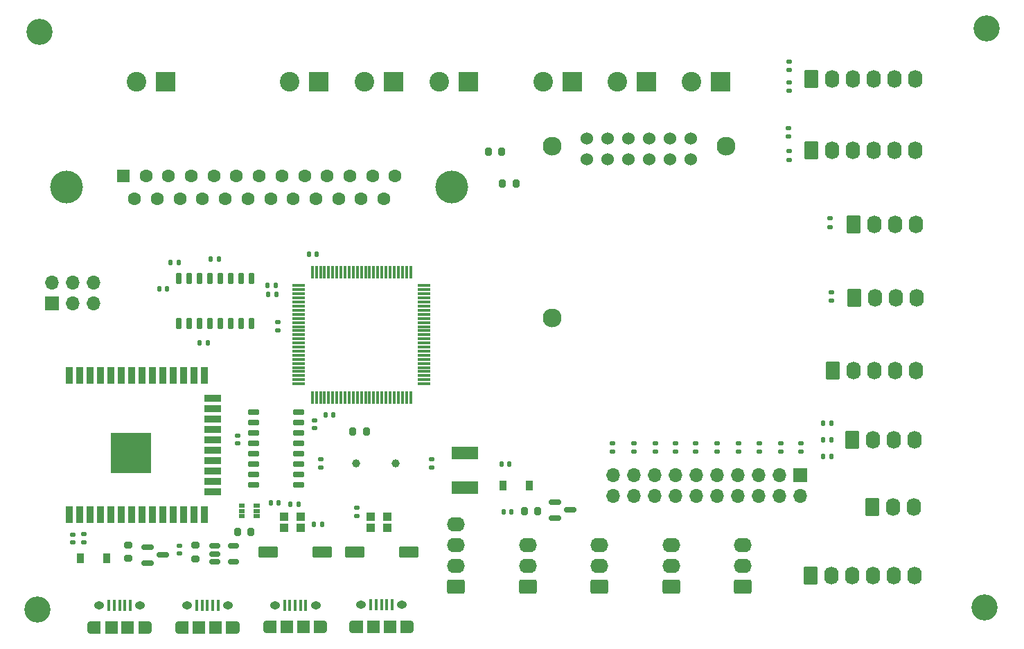
<source format=gbr>
%TF.GenerationSoftware,KiCad,Pcbnew,(6.0.0-0)*%
%TF.CreationDate,2022-12-05T15:15:12-05:00*%
%TF.ProjectId,Body_LED_Controller_V2,426f6479-5f4c-4454-945f-436f6e74726f,1.0*%
%TF.SameCoordinates,Original*%
%TF.FileFunction,Soldermask,Top*%
%TF.FilePolarity,Negative*%
%FSLAX46Y46*%
G04 Gerber Fmt 4.6, Leading zero omitted, Abs format (unit mm)*
G04 Created by KiCad (PCBNEW (6.0.0-0)) date 2022-12-05 15:15:12*
%MOMM*%
%LPD*%
G01*
G04 APERTURE LIST*
G04 Aperture macros list*
%AMRoundRect*
0 Rectangle with rounded corners*
0 $1 Rounding radius*
0 $2 $3 $4 $5 $6 $7 $8 $9 X,Y pos of 4 corners*
0 Add a 4 corners polygon primitive as box body*
4,1,4,$2,$3,$4,$5,$6,$7,$8,$9,$2,$3,0*
0 Add four circle primitives for the rounded corners*
1,1,$1+$1,$2,$3*
1,1,$1+$1,$4,$5*
1,1,$1+$1,$6,$7*
1,1,$1+$1,$8,$9*
0 Add four rect primitives between the rounded corners*
20,1,$1+$1,$2,$3,$4,$5,0*
20,1,$1+$1,$4,$5,$6,$7,0*
20,1,$1+$1,$6,$7,$8,$9,0*
20,1,$1+$1,$8,$9,$2,$3,0*%
G04 Aperture macros list end*
%ADD10C,0.010000*%
%ADD11R,1.000000X1.000000*%
%ADD12R,1.600000X1.600000*%
%ADD13C,1.600000*%
%ADD14C,4.000000*%
%ADD15RoundRect,0.135000X0.185000X-0.135000X0.185000X0.135000X-0.185000X0.135000X-0.185000X-0.135000X0*%
%ADD16RoundRect,0.135000X-0.185000X0.135000X-0.185000X-0.135000X0.185000X-0.135000X0.185000X0.135000X0*%
%ADD17RoundRect,0.250000X-0.620000X-0.845000X0.620000X-0.845000X0.620000X0.845000X-0.620000X0.845000X0*%
%ADD18O,1.740000X2.190000*%
%ADD19R,0.914400X1.219200*%
%ADD20C,3.200000*%
%ADD21RoundRect,0.200000X-0.275000X0.200000X-0.275000X-0.200000X0.275000X-0.200000X0.275000X0.200000X0*%
%ADD22RoundRect,0.135000X-0.135000X-0.185000X0.135000X-0.185000X0.135000X0.185000X-0.135000X0.185000X0*%
%ADD23RoundRect,0.140000X0.140000X0.170000X-0.140000X0.170000X-0.140000X-0.170000X0.140000X-0.170000X0*%
%ADD24RoundRect,0.135000X0.135000X0.185000X-0.135000X0.185000X-0.135000X-0.185000X0.135000X-0.185000X0*%
%ADD25R,2.400000X2.400000*%
%ADD26C,2.400000*%
%ADD27RoundRect,0.150000X-0.587500X-0.150000X0.587500X-0.150000X0.587500X0.150000X-0.587500X0.150000X0*%
%ADD28R,0.400000X1.350000*%
%ADD29O,0.890000X1.550000*%
%ADD30O,1.250000X0.950000*%
%ADD31R,1.200000X1.550000*%
%ADD32R,1.500000X1.550000*%
%ADD33RoundRect,0.083990X-1.126010X-0.556010X1.126010X-0.556010X1.126010X0.556010X-1.126010X0.556010X0*%
%ADD34RoundRect,0.140000X-0.140000X-0.170000X0.140000X-0.170000X0.140000X0.170000X-0.140000X0.170000X0*%
%ADD35RoundRect,0.140000X-0.170000X0.140000X-0.170000X-0.140000X0.170000X-0.140000X0.170000X0.140000X0*%
%ADD36RoundRect,0.140000X0.170000X-0.140000X0.170000X0.140000X-0.170000X0.140000X-0.170000X-0.140000X0*%
%ADD37RoundRect,0.250000X0.845000X-0.620000X0.845000X0.620000X-0.845000X0.620000X-0.845000X-0.620000X0*%
%ADD38O,2.190000X1.740000*%
%ADD39C,1.007000*%
%ADD40RoundRect,0.200000X-0.200000X-0.275000X0.200000X-0.275000X0.200000X0.275000X-0.200000X0.275000X0*%
%ADD41RoundRect,0.200000X0.200000X0.275000X-0.200000X0.275000X-0.200000X-0.275000X0.200000X-0.275000X0*%
%ADD42R,1.700000X1.700000*%
%ADD43O,1.700000X1.700000*%
%ADD44RoundRect,0.011200X-0.723800X-0.128800X0.723800X-0.128800X0.723800X0.128800X-0.723800X0.128800X0*%
%ADD45RoundRect,0.011200X0.128800X-0.723800X0.128800X0.723800X-0.128800X0.723800X-0.128800X-0.723800X0*%
%ADD46RoundRect,0.200000X0.275000X-0.200000X0.275000X0.200000X-0.275000X0.200000X-0.275000X-0.200000X0*%
%ADD47C,1.524000*%
%ADD48C,2.300000*%
%ADD49RoundRect,0.049600X-0.605400X-0.260400X0.605400X-0.260400X0.605400X0.260400X-0.605400X0.260400X0*%
%ADD50RoundRect,0.150000X-0.512500X-0.150000X0.512500X-0.150000X0.512500X0.150000X-0.512500X0.150000X0*%
%ADD51R,3.200000X1.500000*%
%ADD52R,0.900000X2.000000*%
%ADD53R,2.000000X0.900000*%
%ADD54R,5.000000X5.000000*%
%ADD55RoundRect,0.049600X0.260400X-0.605400X0.260400X0.605400X-0.260400X0.605400X-0.260400X-0.605400X0*%
G04 APERTURE END LIST*
D10*
%TO.C,U6*%
X103280000Y-103435800D02*
X103905000Y-103435800D01*
X103905000Y-103435800D02*
X103905000Y-103835800D01*
X103905000Y-103835800D02*
X103280000Y-103835800D01*
X103280000Y-103835800D02*
X103280000Y-103435800D01*
G36*
X103905000Y-103835800D02*
G01*
X103280000Y-103835800D01*
X103280000Y-103435800D01*
X103905000Y-103435800D01*
X103905000Y-103835800D01*
G37*
X103905000Y-103835800D02*
X103280000Y-103835800D01*
X103280000Y-103435800D01*
X103905000Y-103435800D01*
X103905000Y-103835800D01*
X105105000Y-103435800D02*
X105730000Y-103435800D01*
X105730000Y-103435800D02*
X105730000Y-103835800D01*
X105730000Y-103835800D02*
X105105000Y-103835800D01*
X105105000Y-103835800D02*
X105105000Y-103435800D01*
G36*
X105730000Y-103835800D02*
G01*
X105105000Y-103835800D01*
X105105000Y-103435800D01*
X105730000Y-103435800D01*
X105730000Y-103835800D01*
G37*
X105730000Y-103835800D02*
X105105000Y-103835800D01*
X105105000Y-103435800D01*
X105730000Y-103435800D01*
X105730000Y-103835800D01*
X105105000Y-104085800D02*
X105730000Y-104085800D01*
X105730000Y-104085800D02*
X105730000Y-104485800D01*
X105730000Y-104485800D02*
X105105000Y-104485800D01*
X105105000Y-104485800D02*
X105105000Y-104085800D01*
G36*
X105730000Y-104485800D02*
G01*
X105105000Y-104485800D01*
X105105000Y-104085800D01*
X105730000Y-104085800D01*
X105730000Y-104485800D01*
G37*
X105730000Y-104485800D02*
X105105000Y-104485800D01*
X105105000Y-104085800D01*
X105730000Y-104085800D01*
X105730000Y-104485800D01*
X103280000Y-104085800D02*
X103905000Y-104085800D01*
X103905000Y-104085800D02*
X103905000Y-104485800D01*
X103905000Y-104485800D02*
X103280000Y-104485800D01*
X103280000Y-104485800D02*
X103280000Y-104085800D01*
G36*
X103905000Y-104485800D02*
G01*
X103280000Y-104485800D01*
X103280000Y-104085800D01*
X103905000Y-104085800D01*
X103905000Y-104485800D01*
G37*
X103905000Y-104485800D02*
X103280000Y-104485800D01*
X103280000Y-104085800D01*
X103905000Y-104085800D01*
X103905000Y-104485800D01*
X103280000Y-104735800D02*
X103905000Y-104735800D01*
X103905000Y-104735800D02*
X103905000Y-105135800D01*
X103905000Y-105135800D02*
X103280000Y-105135800D01*
X103280000Y-105135800D02*
X103280000Y-104735800D01*
G36*
X103905000Y-105135800D02*
G01*
X103280000Y-105135800D01*
X103280000Y-104735800D01*
X103905000Y-104735800D01*
X103905000Y-105135800D01*
G37*
X103905000Y-105135800D02*
X103280000Y-105135800D01*
X103280000Y-104735800D01*
X103905000Y-104735800D01*
X103905000Y-105135800D01*
X105105000Y-104735800D02*
X105730000Y-104735800D01*
X105730000Y-104735800D02*
X105730000Y-105135800D01*
X105730000Y-105135800D02*
X105105000Y-105135800D01*
X105105000Y-105135800D02*
X105105000Y-104735800D01*
G36*
X105730000Y-105135800D02*
G01*
X105105000Y-105135800D01*
X105105000Y-104735800D01*
X105730000Y-104735800D01*
X105730000Y-105135800D01*
G37*
X105730000Y-105135800D02*
X105105000Y-105135800D01*
X105105000Y-104735800D01*
X105730000Y-104735800D01*
X105730000Y-105135800D01*
%TD*%
D11*
%TO.C,L3*%
X121385000Y-106365000D03*
X121385000Y-105065000D03*
X119355000Y-105065000D03*
X119355000Y-106365000D03*
%TD*%
%TO.C,L2*%
X110827500Y-106365000D03*
X110827500Y-105065000D03*
X108797500Y-105065000D03*
X108797500Y-106365000D03*
%TD*%
D12*
%TO.C,J22*%
X89140000Y-63335338D03*
D13*
X91910000Y-63335338D03*
X94680000Y-63335338D03*
X97450000Y-63335338D03*
X100220000Y-63335338D03*
X102990000Y-63335338D03*
X105760000Y-63335338D03*
X108530000Y-63335338D03*
X111300000Y-63335338D03*
X114070000Y-63335338D03*
X116840000Y-63335338D03*
X119610000Y-63335338D03*
X122380000Y-63335338D03*
X90525000Y-66175338D03*
X93295000Y-66175338D03*
X96065000Y-66175338D03*
X98835000Y-66175338D03*
X101605000Y-66175338D03*
X104375000Y-66175338D03*
X107145000Y-66175338D03*
X109915000Y-66175338D03*
X112685000Y-66175338D03*
X115455000Y-66175338D03*
X118225000Y-66175338D03*
X120995000Y-66175338D03*
D14*
X82210000Y-64755338D03*
X129310000Y-64755338D03*
%TD*%
D15*
%TO.C,R11*%
X170470000Y-58550000D03*
X170470000Y-57530000D03*
%TD*%
D16*
%TO.C,R8*%
X170530000Y-49440000D03*
X170530000Y-50460000D03*
%TD*%
D17*
%TO.C,J9*%
X178440000Y-78275000D03*
D18*
X180980000Y-78275000D03*
X183520000Y-78275000D03*
X186060000Y-78275000D03*
%TD*%
D19*
%TO.C,CR2*%
X83870200Y-110128500D03*
X87146800Y-110128500D03*
%TD*%
D20*
%TO.C,REF\u002A\u002A*%
X78660000Y-116380000D03*
%TD*%
D21*
%TO.C,R21*%
X89770000Y-108485000D03*
X89770000Y-110135000D03*
%TD*%
D15*
%TO.C,R35*%
X156670000Y-97050000D03*
X156670000Y-96030000D03*
%TD*%
D22*
%TO.C,R3*%
X106750000Y-76750000D03*
X107770000Y-76750000D03*
%TD*%
D23*
%TO.C,C10*%
X112790000Y-72910000D03*
X111830000Y-72910000D03*
%TD*%
D17*
%TO.C,J5*%
X173210000Y-51503750D03*
D18*
X175750000Y-51503750D03*
X178290000Y-51503750D03*
X180830000Y-51503750D03*
X183370000Y-51503750D03*
X185910000Y-51503750D03*
%TD*%
D24*
%TO.C,R14*%
X175670000Y-97690000D03*
X174650000Y-97690000D03*
%TD*%
D25*
%TO.C,J17*%
X143990000Y-51900000D03*
D26*
X140490000Y-51900000D03*
%TD*%
D27*
%TO.C,U3*%
X141912500Y-103260000D03*
X141912500Y-105160000D03*
X143787500Y-104210000D03*
%TD*%
D28*
%TO.C,J11*%
X108855000Y-115830000D03*
X109505000Y-115830000D03*
X110155000Y-115830000D03*
X110805000Y-115830000D03*
X111455000Y-115830000D03*
D29*
X106655000Y-118530000D03*
D30*
X112655000Y-115830000D03*
X107655000Y-115830000D03*
D31*
X113055000Y-118530000D03*
D29*
X113655000Y-118530000D03*
D31*
X107255000Y-118530000D03*
D32*
X111155000Y-118530000D03*
X109155000Y-118530000D03*
%TD*%
D33*
%TO.C,SW1*%
X124002500Y-109330000D03*
X117422500Y-109330000D03*
%TD*%
D15*
%TO.C,R26*%
X117660000Y-104970000D03*
X117660000Y-103950000D03*
%TD*%
D17*
%TO.C,J7*%
X175850000Y-87208750D03*
D18*
X178390000Y-87208750D03*
X180930000Y-87208750D03*
X183470000Y-87208750D03*
X186010000Y-87208750D03*
%TD*%
D17*
%TO.C,J1*%
X180710000Y-103816250D03*
D18*
X183250000Y-103816250D03*
X185790000Y-103816250D03*
%TD*%
D33*
%TO.C,SW2*%
X113445000Y-109340000D03*
X106865000Y-109340000D03*
%TD*%
D34*
%TO.C,C9*%
X113850000Y-92570000D03*
X114810000Y-92570000D03*
%TD*%
D28*
%TO.C,J15*%
X98110000Y-115840000D03*
X98760000Y-115840000D03*
X99410000Y-115840000D03*
X100060000Y-115840000D03*
X100710000Y-115840000D03*
D31*
X102310000Y-118540000D03*
D32*
X100410000Y-118540000D03*
X98410000Y-118540000D03*
D29*
X95910000Y-118540000D03*
X102910000Y-118540000D03*
D30*
X96910000Y-115840000D03*
X101910000Y-115840000D03*
D31*
X96510000Y-118540000D03*
%TD*%
D23*
%TO.C,C3*%
X95890000Y-73960000D03*
X94930000Y-73960000D03*
%TD*%
D15*
%TO.C,R33*%
X161740000Y-97050000D03*
X161740000Y-96030000D03*
%TD*%
D35*
%TO.C,C11*%
X108050000Y-81270000D03*
X108050000Y-82230000D03*
%TD*%
D15*
%TO.C,R36*%
X154160000Y-97050000D03*
X154160000Y-96030000D03*
%TD*%
D34*
%TO.C,C18*%
X112450000Y-105990000D03*
X113410000Y-105990000D03*
%TD*%
D25*
%TO.C,J21*%
X94280000Y-51900000D03*
D26*
X90780000Y-51900000D03*
%TD*%
D36*
%TO.C,C1*%
X113290000Y-98980000D03*
X113290000Y-98020000D03*
%TD*%
D15*
%TO.C,R37*%
X151530000Y-97050000D03*
X151530000Y-96030000D03*
%TD*%
D22*
%TO.C,R2*%
X106870000Y-77890000D03*
X107890000Y-77890000D03*
%TD*%
D15*
%TO.C,R9*%
X170510000Y-52950000D03*
X170510000Y-51930000D03*
%TD*%
D22*
%TO.C,R27*%
X109530000Y-103490000D03*
X110550000Y-103490000D03*
%TD*%
D37*
%TO.C,J24*%
X164850000Y-113600000D03*
D38*
X164850000Y-111060000D03*
X164850000Y-108520000D03*
%TD*%
D39*
%TO.C,Y1*%
X117580000Y-98500000D03*
X122460000Y-98500000D03*
%TD*%
D37*
%TO.C,J13*%
X129790000Y-113600000D03*
D38*
X129790000Y-111060000D03*
X129790000Y-108520000D03*
X129790000Y-105980000D03*
%TD*%
D40*
%TO.C,R19*%
X135495000Y-64280000D03*
X137145000Y-64280000D03*
%TD*%
D17*
%TO.C,J27*%
X173200000Y-60227500D03*
D18*
X175740000Y-60227500D03*
X178280000Y-60227500D03*
X180820000Y-60227500D03*
X183360000Y-60227500D03*
X185900000Y-60227500D03*
%TD*%
D25*
%TO.C,J12*%
X122145000Y-51900000D03*
D26*
X118645000Y-51900000D03*
%TD*%
D36*
%TO.C,C16*%
X103080000Y-96090000D03*
X103080000Y-95130000D03*
%TD*%
D27*
%TO.C,U8*%
X92072500Y-108780000D03*
X92072500Y-110680000D03*
X93947500Y-109730000D03*
%TD*%
D24*
%TO.C,R13*%
X175670000Y-95660000D03*
X174650000Y-95660000D03*
%TD*%
D17*
%TO.C,J4*%
X178370000Y-69281250D03*
D18*
X180910000Y-69281250D03*
X183450000Y-69281250D03*
X185990000Y-69281250D03*
%TD*%
D15*
%TO.C,R30*%
X169490000Y-97050000D03*
X169490000Y-96030000D03*
%TD*%
D41*
%TO.C,R1*%
X118835000Y-94620000D03*
X117185000Y-94620000D03*
%TD*%
D40*
%TO.C,R20*%
X103095000Y-106890000D03*
X104745000Y-106890000D03*
%TD*%
D35*
%TO.C,C12*%
X82970000Y-107220000D03*
X82970000Y-108180000D03*
%TD*%
D16*
%TO.C,R6*%
X175520000Y-68580000D03*
X175520000Y-69600000D03*
%TD*%
%TO.C,R10*%
X170520000Y-60370000D03*
X170520000Y-61390000D03*
%TD*%
D25*
%TO.C,J16*%
X131280000Y-51900000D03*
D26*
X127780000Y-51900000D03*
%TD*%
D20*
%TO.C,REF\u002A\u002A*%
X194360000Y-116140000D03*
%TD*%
D42*
%TO.C,J20*%
X80450000Y-78950000D03*
D43*
X80450000Y-76410000D03*
X82990000Y-78950000D03*
X82990000Y-76410000D03*
X85530000Y-78950000D03*
X85530000Y-76410000D03*
%TD*%
D28*
%TO.C,J10*%
X119412500Y-115820000D03*
X120062500Y-115820000D03*
X120712500Y-115820000D03*
X121362500Y-115820000D03*
X122012500Y-115820000D03*
D29*
X124212500Y-118520000D03*
D32*
X121712500Y-118520000D03*
D29*
X117212500Y-118520000D03*
D30*
X123212500Y-115820000D03*
D32*
X119712500Y-118520000D03*
D31*
X117812500Y-118520000D03*
D30*
X118212500Y-115820000D03*
D31*
X123612500Y-118520000D03*
%TD*%
D44*
%TO.C,U1*%
X110575000Y-76795000D03*
X110575000Y-77295000D03*
X110575000Y-77795000D03*
X110575000Y-78295000D03*
X110575000Y-78795000D03*
X110575000Y-79295000D03*
X110575000Y-79795000D03*
X110575000Y-80295000D03*
X110575000Y-80795000D03*
X110575000Y-81295000D03*
X110575000Y-81795000D03*
X110575000Y-82295000D03*
X110575000Y-82795000D03*
X110575000Y-83295000D03*
X110575000Y-83795000D03*
X110575000Y-84295000D03*
X110575000Y-84795000D03*
X110575000Y-85295000D03*
X110575000Y-85795000D03*
X110575000Y-86295000D03*
X110575000Y-86795000D03*
X110575000Y-87295000D03*
X110575000Y-87795000D03*
X110575000Y-88295000D03*
X110575000Y-88795000D03*
D45*
X112245000Y-90465000D03*
X112745000Y-90465000D03*
X113245000Y-90465000D03*
X113745000Y-90465000D03*
X114245000Y-90465000D03*
X114745000Y-90465000D03*
X115245000Y-90465000D03*
X115745000Y-90465000D03*
X116245000Y-90465000D03*
X116745000Y-90465000D03*
X117245000Y-90465000D03*
X117745000Y-90465000D03*
X118245000Y-90465000D03*
X118745000Y-90465000D03*
X119245000Y-90465000D03*
X119745000Y-90465000D03*
X120245000Y-90465000D03*
X120745000Y-90465000D03*
X121245000Y-90465000D03*
X121745000Y-90465000D03*
X122245000Y-90465000D03*
X122745000Y-90465000D03*
X123245000Y-90465000D03*
X123745000Y-90465000D03*
X124245000Y-90465000D03*
D44*
X125915000Y-88795000D03*
X125915000Y-88295000D03*
X125915000Y-87795000D03*
X125915000Y-87295000D03*
X125915000Y-86795000D03*
X125915000Y-86295000D03*
X125915000Y-85795000D03*
X125915000Y-85295000D03*
X125915000Y-84795000D03*
X125915000Y-84295000D03*
X125915000Y-83795000D03*
X125915000Y-83295000D03*
X125915000Y-82795000D03*
X125915000Y-82295000D03*
X125915000Y-81795000D03*
X125915000Y-81295000D03*
X125915000Y-80795000D03*
X125915000Y-80295000D03*
X125915000Y-79795000D03*
X125915000Y-79295000D03*
X125915000Y-78795000D03*
X125915000Y-78295000D03*
X125915000Y-77795000D03*
X125915000Y-77295000D03*
X125915000Y-76795000D03*
D45*
X124245000Y-75125000D03*
X123745000Y-75125000D03*
X123245000Y-75125000D03*
X122745000Y-75125000D03*
X122245000Y-75125000D03*
X121745000Y-75125000D03*
X121245000Y-75125000D03*
X120745000Y-75125000D03*
X120245000Y-75125000D03*
X119745000Y-75125000D03*
X119245000Y-75125000D03*
X118745000Y-75125000D03*
X118245000Y-75125000D03*
X117745000Y-75125000D03*
X117245000Y-75125000D03*
X116745000Y-75125000D03*
X116245000Y-75125000D03*
X115745000Y-75125000D03*
X115245000Y-75125000D03*
X114745000Y-75125000D03*
X114245000Y-75125000D03*
X113745000Y-75125000D03*
X113245000Y-75125000D03*
X112745000Y-75125000D03*
X112245000Y-75125000D03*
%TD*%
D15*
%TO.C,R29*%
X171930000Y-97050000D03*
X171930000Y-96030000D03*
%TD*%
%TO.C,R34*%
X159110000Y-97050000D03*
X159110000Y-96030000D03*
%TD*%
D46*
%TO.C,R22*%
X97920000Y-110185000D03*
X97920000Y-108535000D03*
%TD*%
D37*
%TO.C,J2*%
X138555000Y-113600000D03*
D38*
X138555000Y-111060000D03*
X138555000Y-108520000D03*
%TD*%
D47*
%TO.C,U14*%
X158525000Y-58805000D03*
X155985000Y-58805000D03*
X153445000Y-58805000D03*
X150905000Y-58805000D03*
X148365000Y-58805000D03*
X145825000Y-58805000D03*
X145825000Y-61345000D03*
X148365000Y-61345000D03*
X150905000Y-61345000D03*
X153445000Y-61345000D03*
X155985000Y-61345000D03*
X158525000Y-61345000D03*
D48*
X162775000Y-59735000D03*
X141575000Y-59735000D03*
X141575000Y-80735000D03*
%TD*%
D42*
%TO.C,J3*%
X171890000Y-99920000D03*
D43*
X171890000Y-102460000D03*
X169350000Y-99920000D03*
X169350000Y-102460000D03*
X166810000Y-99920000D03*
X166810000Y-102460000D03*
X164270000Y-99920000D03*
X164270000Y-102460000D03*
X161730000Y-99920000D03*
X161730000Y-102460000D03*
X159190000Y-99920000D03*
X159190000Y-102460000D03*
X156650000Y-99920000D03*
X156650000Y-102460000D03*
X154110000Y-99920000D03*
X154110000Y-102460000D03*
X151570000Y-99920000D03*
X151570000Y-102460000D03*
X149030000Y-99920000D03*
X149030000Y-102460000D03*
%TD*%
D23*
%TO.C,C5*%
X99450000Y-83800000D03*
X98490000Y-83800000D03*
%TD*%
D49*
%TO.C,U5*%
X105045000Y-92275000D03*
X105045000Y-93545000D03*
X105045000Y-94815000D03*
X105045000Y-96085000D03*
X105045000Y-97355000D03*
X105045000Y-98625000D03*
X105045000Y-99895000D03*
X105045000Y-101165000D03*
X110545000Y-101165000D03*
X110545000Y-99895000D03*
X110545000Y-98625000D03*
X110545000Y-97355000D03*
X110545000Y-96085000D03*
X110545000Y-94815000D03*
X110545000Y-93545000D03*
X110545000Y-92275000D03*
%TD*%
D50*
%TO.C,U7*%
X100362500Y-108630000D03*
X100362500Y-109580000D03*
X100362500Y-110530000D03*
X102637500Y-110530000D03*
X102637500Y-108630000D03*
%TD*%
D19*
%TO.C,CR1*%
X138786800Y-101208500D03*
X135510200Y-101208500D03*
%TD*%
D37*
%TO.C,J25*%
X147320000Y-113600000D03*
D38*
X147320000Y-111060000D03*
X147320000Y-108520000D03*
%TD*%
D40*
%TO.C,R18*%
X133745000Y-60380000D03*
X135395000Y-60380000D03*
%TD*%
D35*
%TO.C,C15*%
X112480000Y-93230000D03*
X112480000Y-94190000D03*
%TD*%
D37*
%TO.C,J26*%
X156085000Y-113600000D03*
D38*
X156085000Y-111060000D03*
X156085000Y-108520000D03*
%TD*%
D51*
%TO.C,F1*%
X130928500Y-101438500D03*
X130928500Y-97238500D03*
%TD*%
D15*
%TO.C,R38*%
X148910000Y-97050000D03*
X148910000Y-96030000D03*
%TD*%
D20*
%TO.C,REF\u002A\u002A*%
X78870000Y-45790000D03*
%TD*%
D25*
%TO.C,J19*%
X162100000Y-51900000D03*
D26*
X158600000Y-51900000D03*
%TD*%
D40*
%TO.C,R17*%
X138165000Y-104380000D03*
X139815000Y-104380000D03*
%TD*%
D52*
%TO.C,U4*%
X82555000Y-104780000D03*
X83825000Y-104780000D03*
X85095000Y-104780000D03*
X86365000Y-104780000D03*
X87635000Y-104780000D03*
X88905000Y-104780000D03*
X90175000Y-104780000D03*
X91445000Y-104780000D03*
X92715000Y-104780000D03*
X93985000Y-104780000D03*
X95255000Y-104780000D03*
X96525000Y-104780000D03*
X97795000Y-104780000D03*
X99065000Y-104780000D03*
D53*
X100065000Y-101995000D03*
X100065000Y-100725000D03*
X100065000Y-99455000D03*
X100065000Y-98185000D03*
X100065000Y-96915000D03*
X100065000Y-95645000D03*
X100065000Y-94375000D03*
X100065000Y-93105000D03*
X100065000Y-91835000D03*
X100065000Y-90565000D03*
D52*
X99065000Y-87780000D03*
X97795000Y-87780000D03*
X96525000Y-87780000D03*
X95255000Y-87780000D03*
X93985000Y-87780000D03*
X92715000Y-87780000D03*
X91445000Y-87780000D03*
X90175000Y-87780000D03*
X88905000Y-87780000D03*
X87635000Y-87780000D03*
X86365000Y-87780000D03*
X85095000Y-87780000D03*
X83825000Y-87780000D03*
X82555000Y-87780000D03*
D54*
X90055000Y-97280000D03*
%TD*%
D34*
%TO.C,C14*%
X107190000Y-103330000D03*
X108150000Y-103330000D03*
%TD*%
D35*
%TO.C,C13*%
X84300000Y-107180000D03*
X84300000Y-108140000D03*
%TD*%
D17*
%TO.C,J8*%
X173130000Y-112240000D03*
D18*
X175670000Y-112240000D03*
X178210000Y-112240000D03*
X180750000Y-112240000D03*
X183290000Y-112240000D03*
X185830000Y-112240000D03*
%TD*%
D24*
%TO.C,R12*%
X175670000Y-93630000D03*
X174650000Y-93630000D03*
%TD*%
D15*
%TO.C,R32*%
X164300000Y-97050000D03*
X164300000Y-96030000D03*
%TD*%
D55*
%TO.C,U2*%
X95910000Y-81440000D03*
X97180000Y-81440000D03*
X98450000Y-81440000D03*
X99720000Y-81440000D03*
X100990000Y-81440000D03*
X102260000Y-81440000D03*
X103530000Y-81440000D03*
X104800000Y-81440000D03*
X104800000Y-75940000D03*
X103530000Y-75940000D03*
X102260000Y-75940000D03*
X100990000Y-75940000D03*
X99720000Y-75940000D03*
X98450000Y-75940000D03*
X97180000Y-75940000D03*
X95910000Y-75940000D03*
%TD*%
D20*
%TO.C,REF\u002A\u002A*%
X194660000Y-45370000D03*
%TD*%
D34*
%TO.C,C6*%
X99840000Y-73500000D03*
X100800000Y-73500000D03*
%TD*%
D25*
%TO.C,J23*%
X113010000Y-51900000D03*
D26*
X109510000Y-51900000D03*
%TD*%
D36*
%TO.C,C17*%
X96000000Y-109560000D03*
X96000000Y-108600000D03*
%TD*%
%TO.C,C2*%
X126790000Y-98980000D03*
X126790000Y-98020000D03*
%TD*%
D25*
%TO.C,J18*%
X153045000Y-51900000D03*
D26*
X149545000Y-51900000D03*
%TD*%
D34*
%TO.C,C4*%
X93540000Y-77190000D03*
X94500000Y-77190000D03*
%TD*%
D15*
%TO.C,R7*%
X175640000Y-78620000D03*
X175640000Y-77600000D03*
%TD*%
%TO.C,R31*%
X166870000Y-97050000D03*
X166870000Y-96030000D03*
%TD*%
D17*
%TO.C,J6*%
X178250000Y-95602500D03*
D18*
X180790000Y-95602500D03*
X183330000Y-95602500D03*
X185870000Y-95602500D03*
%TD*%
D34*
%TO.C,C7*%
X135350000Y-98620000D03*
X136310000Y-98620000D03*
%TD*%
%TO.C,C8*%
X135610000Y-104400000D03*
X136570000Y-104400000D03*
%TD*%
D28*
%TO.C,J14*%
X87390000Y-115840000D03*
X88040000Y-115840000D03*
X88690000Y-115840000D03*
X89340000Y-115840000D03*
X89990000Y-115840000D03*
D32*
X87690000Y-118540000D03*
X89690000Y-118540000D03*
D31*
X91590000Y-118540000D03*
X85790000Y-118540000D03*
D30*
X86190000Y-115840000D03*
D29*
X92190000Y-118540000D03*
D30*
X91190000Y-115840000D03*
D29*
X85190000Y-118540000D03*
%TD*%
M02*

</source>
